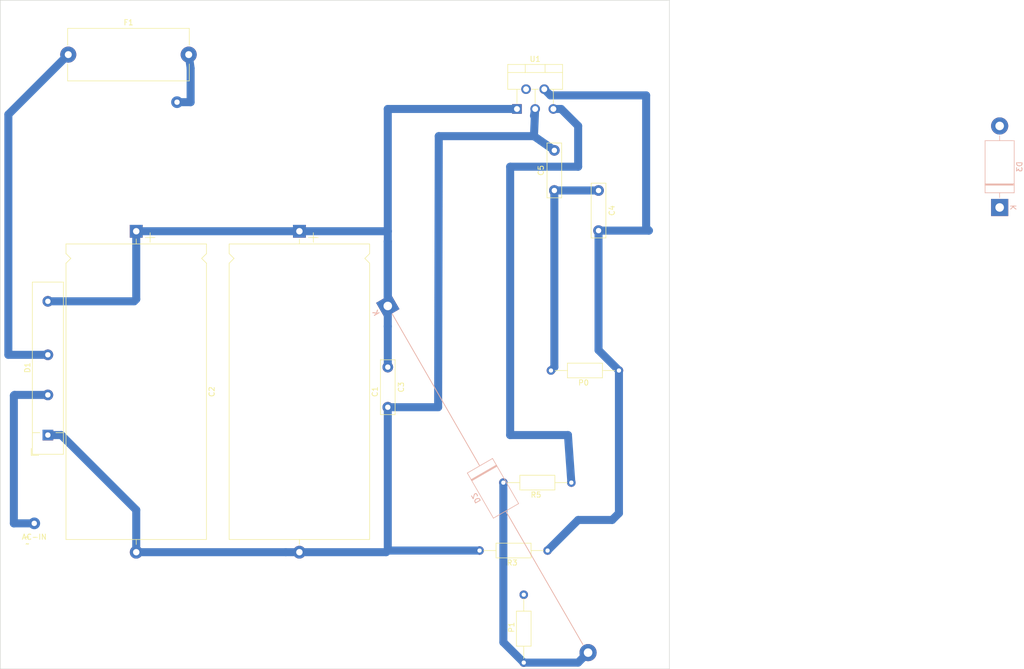
<source format=kicad_pcb>
(kicad_pcb (version 20171130) (host pcbnew 5.1.5)

  (general
    (thickness 1.1)
    (drawings 7)
    (tracks 61)
    (zones 0)
    (modules 16)
    (nets 11)
  )

  (page A4)
  (layers
    (0 F.Cu signal)
    (31 B.Cu signal)
    (36 B.SilkS user)
    (37 F.SilkS user)
    (40 Dwgs.User user hide)
    (41 Cmts.User user hide)
    (42 Eco1.User user hide)
    (43 Eco2.User user hide)
    (44 Edge.Cuts user)
    (45 Margin user hide)
    (46 B.CrtYd user hide)
    (47 F.CrtYd user)
    (48 B.Fab user hide)
    (49 F.Fab user)
  )

  (setup
    (last_trace_width 1.5)
    (trace_clearance 0.2)
    (zone_clearance 0.508)
    (zone_45_only no)
    (trace_min 0.2)
    (via_size 0.8)
    (via_drill 0.4)
    (via_min_size 0.4)
    (via_min_drill 0.3)
    (uvia_size 0.3)
    (uvia_drill 0.1)
    (uvias_allowed no)
    (uvia_min_size 0.2)
    (uvia_min_drill 0.1)
    (edge_width 0.05)
    (segment_width 0.2)
    (pcb_text_width 0.3)
    (pcb_text_size 1.5 1.5)
    (mod_edge_width 1)
    (mod_text_size 1 1)
    (mod_text_width 0.15)
    (pad_size 2.2 2.2)
    (pad_drill 1)
    (pad_to_mask_clearance 0.051)
    (solder_mask_min_width 0.25)
    (aux_axis_origin 0 0)
    (grid_origin 20 20)
    (visible_elements FFF9FF7F)
    (pcbplotparams
      (layerselection 0x010fc_ffffffff)
      (usegerberextensions false)
      (usegerberattributes false)
      (usegerberadvancedattributes false)
      (creategerberjobfile false)
      (excludeedgelayer true)
      (linewidth 0.100000)
      (plotframeref false)
      (viasonmask false)
      (mode 1)
      (useauxorigin false)
      (hpglpennumber 1)
      (hpglpenspeed 20)
      (hpglpendiameter 15.000000)
      (psnegative false)
      (psa4output false)
      (plotreference true)
      (plotvalue true)
      (plotinvisibletext false)
      (padsonsilk false)
      (subtractmaskfromsilk false)
      (outputformat 1)
      (mirror false)
      (drillshape 1)
      (scaleselection 1)
      (outputdirectory ""))
  )

  (net 0 "")
  (net 1 C)
  (net 2 GND)
  (net 3 "Net-(C4-Pad1)")
  (net 4 "Net-(C4-Pad2)")
  (net 5 "Net-(D1-Pad3)")
  (net 6 E)
  (net 7 "Net-(D7-Pad2)")
  (net 8 "Net-(P1-Pad2)")
  (net 9 B)
  (net 10 "Net-(Q2-Pad1)")

  (net_class Default "This is the default net class."
    (clearance 0.2)
    (trace_width 1.5)
    (via_dia 0.8)
    (via_drill 0.4)
    (uvia_dia 0.3)
    (uvia_drill 0.1)
    (add_net B)
    (add_net C)
    (add_net E)
    (add_net GND)
    (add_net "Net-(C4-Pad1)")
    (add_net "Net-(C4-Pad2)")
    (add_net "Net-(D1-Pad3)")
    (add_net "Net-(D7-Pad2)")
    (add_net "Net-(P1-Pad2)")
    (add_net "Net-(Q2-Pad1)")
  )

  (module 0_power_supply:D_DO-201AD_P75.21mm_Horizontal_extra_long (layer B.Cu) (tedit 5E52B510) (tstamp 5E4F4BC2)
    (at 92.39 77.15 300)
    (descr "Diode, DO-201AD series, Axial, Horizontal, pin pitch=15.24mm, , length*diameter=9.5*5.2mm^2, , http://www.diodes.com/_files/packages/DO-201AD.pdf")
    (tags "Diode DO-201AD series Axial Horizontal pin pitch 15.24mm  length 9.5mm diameter 5.2mm")
    (path /5E4F1938)
    (fp_text reference D2 (at 39.3446 3.7454 300) (layer B.SilkS)
      (effects (font (size 1 1) (thickness 0.15)) (justify mirror))
    )
    (fp_text value 1N5408 (at 39.3446 -3.6946 300) (layer B.Fab)
      (effects (font (size 1 1) (thickness 0.15)) (justify mirror))
    )
    (fp_line (start 44.323 0.0762) (end 73.025 0.0762) (layer B.SilkS) (width 0.15))
    (fp_line (start 44.3992 0.1016) (end 73.025 0.0762) (layer B.Fab) (width 0.15))
    (fp_line (start 1.6764 0.0254) (end 34.2646 0.0508) (layer B.Fab) (width 0.15))
    (fp_line (start 1.7272 0.0254) (end 34.3408 0.0762) (layer B.SilkS) (width 0.15))
    (fp_line (start 34.5946 2.6254) (end 34.5946 -2.5746) (layer B.Fab) (width 0.1))
    (fp_line (start 34.5946 -2.5746) (end 44.0946 -2.5746) (layer B.Fab) (width 0.1))
    (fp_line (start 44.0946 -2.5746) (end 44.0946 2.6254) (layer B.Fab) (width 0.1))
    (fp_line (start 44.0946 2.6254) (end 34.5946 2.6254) (layer B.Fab) (width 0.1))
    (fp_line (start 36.0196 2.6254) (end 36.0196 -2.5746) (layer B.Fab) (width 0.1))
    (fp_line (start 36.1196 2.6254) (end 36.1196 -2.5746) (layer B.Fab) (width 0.1))
    (fp_line (start 35.9196 2.6254) (end 35.9196 -2.5746) (layer B.Fab) (width 0.1))
    (fp_line (start 34.4746 2.7454) (end 34.4746 -2.6946) (layer B.SilkS) (width 0.12))
    (fp_line (start 34.4746 -2.6946) (end 44.2146 -2.6946) (layer B.SilkS) (width 0.12))
    (fp_line (start 44.2146 -2.6946) (end 44.2146 2.7454) (layer B.SilkS) (width 0.12))
    (fp_line (start 44.2146 2.7454) (end 34.4746 2.7454) (layer B.SilkS) (width 0.12))
    (fp_line (start 36.0196 2.7454) (end 36.0196 -2.6946) (layer B.SilkS) (width 0.12))
    (fp_line (start 36.1396 2.7454) (end 36.1396 -2.6946) (layer B.SilkS) (width 0.12))
    (fp_line (start 35.8996 2.7454) (end 35.8996 -2.6946) (layer B.SilkS) (width 0.12))
    (fp_text user %R (at 40.0571 0.0254 300) (layer B.Fab)
      (effects (font (size 1 1) (thickness 0.15)) (justify mirror))
    )
    (fp_text user K (at 0 2.600001 300) (layer B.SilkS)
      (effects (font (size 1 1) (thickness 0.15)) (justify mirror))
    )
    (fp_text user K (at 0 2.600001 300) (layer B.SilkS)
      (effects (font (size 1 1) (thickness 0.15)) (justify mirror))
    )
    (pad 1 thru_hole rect (at 0 0 300) (size 3.2 3.2) (drill 1.6) (layers *.Cu *.Mask)
      (net 1 C))
    (pad 2 thru_hole oval (at 74.8284 0 300) (size 3.2 3.2) (drill 1.6) (layers *.Cu *.Mask)
      (net 6 E))
    (model :code3d:Diode_D_DO-201AE_P15.24mm_Horizontal.x3d
      (at (xyz 0 0 0))
      (scale (xyz 1 1 1))
      (rotate (xyz 0 0 0))
    )
  )

  (module 0_power_supply:R_Axial_DIN0207_L6.3mm_D2.5mm_P12.7mm_Horizontal (layer F.Cu) (tedit 5E4F34A6) (tstamp 5E4F4D3B)
    (at 126.68 110.17 180)
    (descr "Resistor, Axial_DIN0207 series, Axial, Horizontal, pin pitch=15.24mm, 0.25W = 1/4W, length*diameter=6.3*2.5mm^2, http://cdn-reichelt.de/documents/datenblatt/B400/1_4W%23YAG.pdf")
    (tags "Resistor Axial_DIN0207 series Axial Horizontal pin pitch 15.24mm 0.25W = 1/4W length 6.3mm diameter 2.5mm")
    (path /5E59AF8E)
    (fp_text reference R5 (at 6.604 -2.286) (layer F.SilkS)
      (effects (font (size 1 1) (thickness 0.15)))
    )
    (fp_text value R (at 6.35 0) (layer F.Fab)
      (effects (font (size 1 1) (thickness 0.15)))
    )
    (fp_line (start 3.2 -1.25) (end 3.2 1.25) (layer F.Fab) (width 0.1))
    (fp_line (start 3.2 1.25) (end 9.5 1.25) (layer F.Fab) (width 0.1))
    (fp_line (start 9.5 1.25) (end 9.5 -1.25) (layer F.Fab) (width 0.1))
    (fp_line (start 9.5 -1.25) (end 3.2 -1.25) (layer F.Fab) (width 0.1))
    (fp_line (start 0.356 0) (end 3.048 0) (layer F.Fab) (width 0.1))
    (fp_line (start 11.938 0) (end 9.5 0) (layer F.Fab) (width 0.1))
    (fp_line (start 3.08 -1.37) (end 3.08 1.37) (layer F.SilkS) (width 0.12))
    (fp_line (start 3.08 1.37) (end 9.62 1.37) (layer F.SilkS) (width 0.12))
    (fp_line (start 9.62 1.37) (end 9.62 -1.37) (layer F.SilkS) (width 0.12))
    (fp_line (start 9.62 -1.37) (end 3.08 -1.37) (layer F.SilkS) (width 0.12))
    (fp_line (start 0.762 0) (end 3.048 0) (layer F.SilkS) (width 0.12))
    (fp_line (start 11.938 0) (end 9.62 0) (layer F.SilkS) (width 0.12))
    (fp_line (start -1.016 -1.5) (end -1.016 1.5) (layer F.CrtYd) (width 0.05))
    (fp_line (start -1.016 1.5) (end 13.75 1.5) (layer F.CrtYd) (width 0.05))
    (fp_line (start 13.75 1.5) (end 13.75 -1.5) (layer F.CrtYd) (width 0.05))
    (fp_line (start 13.716 -1.5) (end -1.016 -1.5) (layer F.CrtYd) (width 0.05))
    (fp_text user %R (at 6.604 -2.286) (layer F.Fab)
      (effects (font (size 1 1) (thickness 0.15)))
    )
    (pad 1 thru_hole circle (at 0 0 180) (size 1.6 1.6) (drill 0.8) (layers *.Cu *.Mask)
      (net 9 B))
    (pad 2 thru_hole oval (at 12.7 0 180) (size 1.6 1.6) (drill 0.8) (layers *.Cu *.Mask)
      (net 6 E))
    (model ${KISYS3DMOD}/Resistor_THT.3dshapes/R_Axial_DIN0207_L6.3mm_D2.5mm_P15.24mm_Horizontal.wrl
      (at (xyz 0 0 0))
      (scale (xyz 0.83 1 1))
      (rotate (xyz 0 0 0))
    )
  )

  (module 0_power_supply:THTPad_D2.2mm_Drill1.0mm (layer B.Cu) (tedit 5E4F392E) (tstamp 5E4FF94B)
    (at 53.02 39.05)
    (descr "THT pad as test Point, diameter 2.2mm, hole diameter 1.0mm")
    (tags "THT pad")
    (attr virtual)
    (fp_text reference REF** (at 0 0.2 unlocked) (layer B.SilkS) hide
      (effects (font (size 0.1 0.1) (thickness 0.01)) (justify mirror))
    )
    (fp_text value THTPad_D2.2mm_Drill1.0mm (at 0 -2.05) (layer B.Fab) hide
      (effects (font (size 1 1) (thickness 0.15)) (justify mirror))
    )
    (pad "" np_thru_hole circle (at 0 0) (size 2.2 2.2) (drill 1) (layers B.Cu))
  )

  (module 0_power_supply:THTPad_D2.2mm_Drill1.0mm (layer B.Cu) (tedit 5E4F392E) (tstamp 5E4FF572)
    (at 26.35 117.79)
    (descr "THT pad as test Point, diameter 2.2mm, hole diameter 1.0mm")
    (tags "THT pad")
    (attr virtual)
    (fp_text reference REF** (at 0 0.2 unlocked) (layer B.SilkS) hide
      (effects (font (size 0.1 0.1) (thickness 0.01)) (justify mirror))
    )
    (fp_text value THTPad_D2.2mm_Drill1.0mm (at 0 -2.05) (layer B.Fab) hide
      (effects (font (size 1 1) (thickness 0.15)) (justify mirror))
    )
    (pad "" np_thru_hole circle (at 0 0) (size 2.2 2.2) (drill 1) (layers B.Cu))
  )

  (module Diode_THT:Diode_Bridge_32.0x5.6x17.0mm_P10.0mm_P7.5mm (layer F.Cu) (tedit 5A50C79D) (tstamp 5E4F4BA8)
    (at 28.89 101.28 90)
    (descr "Diotec 32x5.6x17mm rectifier package, 7.5mm/10mm pitch, see https://diotec.com/tl_files/diotec/files/pdf/datasheets/b40c3700.pdf")
    (tags "Diotec rectifier diode bridge")
    (path /5E4DBCC2)
    (fp_text reference D1 (at 12.6 -3.8 270) (layer F.SilkS)
      (effects (font (size 1 1) (thickness 0.15)))
    )
    (fp_text value B80C3700-2200A (at 12.6 4 270) (layer F.Fab)
      (effects (font (size 1 1) (thickness 0.15)))
    )
    (fp_text user %R (at 12.6 0 270) (layer F.Fab)
      (effects (font (size 1 1) (thickness 0.15)))
    )
    (fp_line (start -3.5 2.8) (end 28.5 2.8) (layer F.Fab) (width 0.12))
    (fp_line (start 28.5 2.8) (end 28.5 -2.8) (layer F.Fab) (width 0.12))
    (fp_line (start 28.5 -2.8) (end -2.5 -2.8) (layer F.Fab) (width 0.12))
    (fp_line (start -2.5 -2.8) (end -3.5 -1.7) (layer F.Fab) (width 0.12))
    (fp_line (start -3.5 -1.7) (end -3.5 2.8) (layer F.Fab) (width 0.12))
    (fp_line (start 0.45 -2.8) (end 0.45 2.8) (layer F.Fab) (width 0.12))
    (fp_line (start 28.6 -2.9) (end 28.6 2.9) (layer F.SilkS) (width 0.12))
    (fp_line (start 28.6 2.9) (end -3.6 2.9) (layer F.SilkS) (width 0.12))
    (fp_line (start -3.6 2.9) (end -3.6 -2.9) (layer F.SilkS) (width 0.12))
    (fp_line (start -3.6 -2.9) (end 28.6 -2.9) (layer F.SilkS) (width 0.12))
    (fp_line (start 0.45 -2.9) (end 0.45 -1.5) (layer F.SilkS) (width 0.12))
    (fp_line (start 0.45 2.9) (end 0.45 1.5) (layer F.SilkS) (width 0.12))
    (fp_line (start -3.8 -1.7) (end -3.8 -3.1) (layer F.SilkS) (width 0.12))
    (fp_line (start -3.8 -3.1) (end -2.5 -3.1) (layer F.SilkS) (width 0.12))
    (fp_line (start -3.75 -3.05) (end 28.75 -3.05) (layer F.CrtYd) (width 0.05))
    (fp_line (start 28.75 -3.05) (end 28.75 3.05) (layer F.CrtYd) (width 0.05))
    (fp_line (start 28.75 3.05) (end -3.75 3.05) (layer F.CrtYd) (width 0.05))
    (fp_line (start -3.75 3.05) (end -3.75 -3.05) (layer F.CrtYd) (width 0.05))
    (pad 1 thru_hole rect (at 0 0 90) (size 2 2) (drill 1) (layers *.Cu *.Mask)
      (net 2 GND))
    (pad 2 thru_hole circle (at 7.5 0 90) (size 2 2) (drill 1) (layers *.Cu *.Mask))
    (pad 3 thru_hole circle (at 15 0 90) (size 2 2) (drill 1) (layers *.Cu *.Mask)
      (net 5 "Net-(D1-Pad3)"))
    (pad 4 thru_hole circle (at 25 0 90) (size 2 2) (drill 1) (layers *.Cu *.Mask)
      (net 1 C))
    (model ${KISYS3DMOD}/Diode_THT.3dshapes/Diode_Bridge_32.0x5.6x17.0mm_P10.0mm_P7.5mm.wrl
      (at (xyz 0 0 0))
      (scale (xyz 1 1 1))
      (rotate (xyz 0 0 0))
    )
  )

  (module Capacitor_THT:CP_Axial_L55.0mm_D26.0mm_P60.00mm_Horizontal (layer F.Cu) (tedit 5AE50EF2) (tstamp 5E4F4B36)
    (at 45.4 63.18 270)
    (descr "CP, Axial series, Axial, Horizontal, pin pitch=60mm, , length*diameter=55*26mm^2, Electrolytic Capacitor, , http://www.vishay.com/docs/42037/53d.pdf")
    (tags "CP Axial series Axial Horizontal pin pitch 60mm  length 55mm diameter 26mm Electrolytic Capacitor")
    (path /5E4EB394)
    (fp_text reference C2 (at 30 -14.12 90) (layer F.SilkS)
      (effects (font (size 1 1) (thickness 0.15)))
    )
    (fp_text value "4.7mF 63V" (at 30 14.12 90) (layer F.Fab)
      (effects (font (size 1 1) (thickness 0.15)))
    )
    (fp_text user %R (at 30 0 90) (layer F.Fab)
      (effects (font (size 1 1) (thickness 0.15)))
    )
    (fp_line (start 61.45 -13.25) (end -1.45 -13.25) (layer F.CrtYd) (width 0.05))
    (fp_line (start 61.45 13.25) (end 61.45 -13.25) (layer F.CrtYd) (width 0.05))
    (fp_line (start -1.45 13.25) (end 61.45 13.25) (layer F.CrtYd) (width 0.05))
    (fp_line (start -1.45 -13.25) (end -1.45 13.25) (layer F.CrtYd) (width 0.05))
    (fp_line (start 58.56 0) (end 57.62 0) (layer F.SilkS) (width 0.12))
    (fp_line (start 1.44 0) (end 2.38 0) (layer F.SilkS) (width 0.12))
    (fp_line (start 5.98 13.12) (end 57.62 13.12) (layer F.SilkS) (width 0.12))
    (fp_line (start 5.08 12.22) (end 5.98 13.12) (layer F.SilkS) (width 0.12))
    (fp_line (start 4.18 13.12) (end 5.08 12.22) (layer F.SilkS) (width 0.12))
    (fp_line (start 2.38 13.12) (end 4.18 13.12) (layer F.SilkS) (width 0.12))
    (fp_line (start 5.98 -13.12) (end 57.62 -13.12) (layer F.SilkS) (width 0.12))
    (fp_line (start 5.08 -12.22) (end 5.98 -13.12) (layer F.SilkS) (width 0.12))
    (fp_line (start 4.18 -13.12) (end 5.08 -12.22) (layer F.SilkS) (width 0.12))
    (fp_line (start 2.38 -13.12) (end 4.18 -13.12) (layer F.SilkS) (width 0.12))
    (fp_line (start 57.62 -13.12) (end 57.62 13.12) (layer F.SilkS) (width 0.12))
    (fp_line (start 2.38 -13.12) (end 2.38 13.12) (layer F.SilkS) (width 0.12))
    (fp_line (start 1.18 -3.5) (end 1.18 -1.7) (layer F.SilkS) (width 0.12))
    (fp_line (start 0.28 -2.6) (end 2.08 -2.6) (layer F.SilkS) (width 0.12))
    (fp_line (start 5.1 -0.9) (end 5.1 0.9) (layer F.Fab) (width 0.1))
    (fp_line (start 4.2 0) (end 6 0) (layer F.Fab) (width 0.1))
    (fp_line (start 60 0) (end 57.5 0) (layer F.Fab) (width 0.1))
    (fp_line (start 0 0) (end 2.5 0) (layer F.Fab) (width 0.1))
    (fp_line (start 5.98 13) (end 57.5 13) (layer F.Fab) (width 0.1))
    (fp_line (start 5.08 12.1) (end 5.98 13) (layer F.Fab) (width 0.1))
    (fp_line (start 4.18 13) (end 5.08 12.1) (layer F.Fab) (width 0.1))
    (fp_line (start 2.5 13) (end 4.18 13) (layer F.Fab) (width 0.1))
    (fp_line (start 5.98 -13) (end 57.5 -13) (layer F.Fab) (width 0.1))
    (fp_line (start 5.08 -12.1) (end 5.98 -13) (layer F.Fab) (width 0.1))
    (fp_line (start 4.18 -13) (end 5.08 -12.1) (layer F.Fab) (width 0.1))
    (fp_line (start 2.5 -13) (end 4.18 -13) (layer F.Fab) (width 0.1))
    (fp_line (start 57.5 -13) (end 57.5 13) (layer F.Fab) (width 0.1))
    (fp_line (start 2.5 -13) (end 2.5 13) (layer F.Fab) (width 0.1))
    (pad 2 thru_hole oval (at 60 0 270) (size 2.4 2.4) (drill 1.2) (layers *.Cu *.Mask)
      (net 2 GND))
    (pad 1 thru_hole rect (at 0 0 270) (size 2.4 2.4) (drill 1.2) (layers *.Cu *.Mask)
      (net 1 C))
    (model ${KISYS3DMOD}/Capacitor_THT.3dshapes/CP_Axial_L55.0mm_D26.0mm_P60.00mm_Horizontal.wrl
      (at (xyz 0 0 0))
      (scale (xyz 1 1 1))
      (rotate (xyz 0 0 0))
    )
  )

  (module 0_power_supply:R_Axial_DIN0207_L6.3mm_D2.5mm_P12.7mm_Horizontal (layer F.Cu) (tedit 5E4F34A6) (tstamp 5E4F4C64)
    (at 117.79 143.825 90)
    (descr "Resistor, Axial_DIN0207 series, Axial, Horizontal, pin pitch=15.24mm, 0.25W = 1/4W, length*diameter=6.3*2.5mm^2, http://cdn-reichelt.de/documents/datenblatt/B400/1_4W%23YAG.pdf")
    (tags "Resistor Axial_DIN0207 series Axial Horizontal pin pitch 15.24mm 0.25W = 1/4W length 6.3mm diameter 2.5mm")
    (path /5E5054E6)
    (fp_text reference P1 (at 6.604 -2.286 90) (layer F.SilkS)
      (effects (font (size 1 1) (thickness 0.15)))
    )
    (fp_text value 100 (at 6.35 0 90) (layer F.Fab)
      (effects (font (size 1 1) (thickness 0.15)))
    )
    (fp_line (start 3.2 -1.25) (end 3.2 1.25) (layer F.Fab) (width 0.1))
    (fp_line (start 3.2 1.25) (end 9.5 1.25) (layer F.Fab) (width 0.1))
    (fp_line (start 9.5 1.25) (end 9.5 -1.25) (layer F.Fab) (width 0.1))
    (fp_line (start 9.5 -1.25) (end 3.2 -1.25) (layer F.Fab) (width 0.1))
    (fp_line (start 0.356 0) (end 3.048 0) (layer F.Fab) (width 0.1))
    (fp_line (start 11.938 0) (end 9.5 0) (layer F.Fab) (width 0.1))
    (fp_line (start 3.08 -1.37) (end 3.08 1.37) (layer F.SilkS) (width 0.12))
    (fp_line (start 3.08 1.37) (end 9.62 1.37) (layer F.SilkS) (width 0.12))
    (fp_line (start 9.62 1.37) (end 9.62 -1.37) (layer F.SilkS) (width 0.12))
    (fp_line (start 9.62 -1.37) (end 3.08 -1.37) (layer F.SilkS) (width 0.12))
    (fp_line (start 0.762 0) (end 3.048 0) (layer F.SilkS) (width 0.12))
    (fp_line (start 11.938 0) (end 9.62 0) (layer F.SilkS) (width 0.12))
    (fp_line (start -1.016 -1.5) (end -1.016 1.5) (layer F.CrtYd) (width 0.05))
    (fp_line (start -1.016 1.5) (end 13.75 1.5) (layer F.CrtYd) (width 0.05))
    (fp_line (start 13.75 1.5) (end 13.75 -1.5) (layer F.CrtYd) (width 0.05))
    (fp_line (start 13.716 -1.5) (end -1.016 -1.5) (layer F.CrtYd) (width 0.05))
    (fp_text user %R (at 6.604 -2.286 90) (layer F.Fab)
      (effects (font (size 1 1) (thickness 0.15)))
    )
    (pad 1 thru_hole circle (at 0 0 90) (size 1.6 1.6) (drill 0.8) (layers *.Cu *.Mask)
      (net 6 E))
    (pad 2 thru_hole oval (at 12.7 0 90) (size 1.6 1.6) (drill 0.8) (layers *.Cu *.Mask)
      (net 8 "Net-(P1-Pad2)"))
    (model ${KISYS3DMOD}/Resistor_THT.3dshapes/R_Axial_DIN0207_L6.3mm_D2.5mm_P15.24mm_Horizontal.wrl
      (at (xyz 0 0 0))
      (scale (xyz 0.83 1 1))
      (rotate (xyz 0 0 0))
    )
  )

  (module 0_power_supply:R_Axial_DIN0207_L6.3mm_D2.5mm_P12.7mm_Horizontal (layer F.Cu) (tedit 5E4F34A6) (tstamp 5E4F4C4E)
    (at 135.57 89.215 180)
    (descr "Resistor, Axial_DIN0207 series, Axial, Horizontal, pin pitch=15.24mm, 0.25W = 1/4W, length*diameter=6.3*2.5mm^2, http://cdn-reichelt.de/documents/datenblatt/B400/1_4W%23YAG.pdf")
    (tags "Resistor Axial_DIN0207 series Axial Horizontal pin pitch 15.24mm 0.25W = 1/4W length 6.3mm diameter 2.5mm")
    (path /5E4FD827)
    (fp_text reference P0 (at 6.604 -2.286) (layer F.SilkS)
      (effects (font (size 1 1) (thickness 0.15)))
    )
    (fp_text value 10K (at 6.35 0) (layer F.Fab)
      (effects (font (size 1 1) (thickness 0.15)))
    )
    (fp_line (start 3.2 -1.25) (end 3.2 1.25) (layer F.Fab) (width 0.1))
    (fp_line (start 3.2 1.25) (end 9.5 1.25) (layer F.Fab) (width 0.1))
    (fp_line (start 9.5 1.25) (end 9.5 -1.25) (layer F.Fab) (width 0.1))
    (fp_line (start 9.5 -1.25) (end 3.2 -1.25) (layer F.Fab) (width 0.1))
    (fp_line (start 0.356 0) (end 3.048 0) (layer F.Fab) (width 0.1))
    (fp_line (start 11.938 0) (end 9.5 0) (layer F.Fab) (width 0.1))
    (fp_line (start 3.08 -1.37) (end 3.08 1.37) (layer F.SilkS) (width 0.12))
    (fp_line (start 3.08 1.37) (end 9.62 1.37) (layer F.SilkS) (width 0.12))
    (fp_line (start 9.62 1.37) (end 9.62 -1.37) (layer F.SilkS) (width 0.12))
    (fp_line (start 9.62 -1.37) (end 3.08 -1.37) (layer F.SilkS) (width 0.12))
    (fp_line (start 0.762 0) (end 3.048 0) (layer F.SilkS) (width 0.12))
    (fp_line (start 11.938 0) (end 9.62 0) (layer F.SilkS) (width 0.12))
    (fp_line (start -1.016 -1.5) (end -1.016 1.5) (layer F.CrtYd) (width 0.05))
    (fp_line (start -1.016 1.5) (end 13.75 1.5) (layer F.CrtYd) (width 0.05))
    (fp_line (start 13.75 1.5) (end 13.75 -1.5) (layer F.CrtYd) (width 0.05))
    (fp_line (start 13.716 -1.5) (end -1.016 -1.5) (layer F.CrtYd) (width 0.05))
    (fp_text user %R (at 6.604 -2.286) (layer F.Fab)
      (effects (font (size 1 1) (thickness 0.15)))
    )
    (pad 1 thru_hole circle (at 0 0 180) (size 1.6 1.6) (drill 0.8) (layers *.Cu *.Mask)
      (net 4 "Net-(C4-Pad2)"))
    (pad 2 thru_hole oval (at 12.7 0 180) (size 1.6 1.6) (drill 0.8) (layers *.Cu *.Mask)
      (net 3 "Net-(C4-Pad1)"))
    (model ${KISYS3DMOD}/Resistor_THT.3dshapes/R_Axial_DIN0207_L6.3mm_D2.5mm_P15.24mm_Horizontal.wrl
      (at (xyz 0 0 0))
      (scale (xyz 0.83 1 1))
      (rotate (xyz 0 0 0))
    )
  )

  (module 0_power_supply:R_Axial_DIN0207_L6.3mm_D2.5mm_P12.7mm_Horizontal (layer F.Cu) (tedit 5E4F34A6) (tstamp 5E4F4B5C)
    (at 122.235 122.87 180)
    (descr "Resistor, Axial_DIN0207 series, Axial, Horizontal, pin pitch=15.24mm, 0.25W = 1/4W, length*diameter=6.3*2.5mm^2, http://cdn-reichelt.de/documents/datenblatt/B400/1_4W%23YAG.pdf")
    (tags "Resistor Axial_DIN0207 series Axial Horizontal pin pitch 15.24mm 0.25W = 1/4W length 6.3mm diameter 2.5mm")
    (path /5E4FB6D9)
    (fp_text reference R3 (at 6.604 -2.286) (layer F.SilkS)
      (effects (font (size 1 1) (thickness 0.15)))
    )
    (fp_text value R (at 6.35 0) (layer F.Fab)
      (effects (font (size 1 1) (thickness 0.15)))
    )
    (fp_line (start 3.2 -1.25) (end 3.2 1.25) (layer F.Fab) (width 0.1))
    (fp_line (start 3.2 1.25) (end 9.5 1.25) (layer F.Fab) (width 0.1))
    (fp_line (start 9.5 1.25) (end 9.5 -1.25) (layer F.Fab) (width 0.1))
    (fp_line (start 9.5 -1.25) (end 3.2 -1.25) (layer F.Fab) (width 0.1))
    (fp_line (start 0.356 0) (end 3.048 0) (layer F.Fab) (width 0.1))
    (fp_line (start 11.938 0) (end 9.5 0) (layer F.Fab) (width 0.1))
    (fp_line (start 3.08 -1.37) (end 3.08 1.37) (layer F.SilkS) (width 0.12))
    (fp_line (start 3.08 1.37) (end 9.62 1.37) (layer F.SilkS) (width 0.12))
    (fp_line (start 9.62 1.37) (end 9.62 -1.37) (layer F.SilkS) (width 0.12))
    (fp_line (start 9.62 -1.37) (end 3.08 -1.37) (layer F.SilkS) (width 0.12))
    (fp_line (start 0.762 0) (end 3.048 0) (layer F.SilkS) (width 0.12))
    (fp_line (start 11.938 0) (end 9.62 0) (layer F.SilkS) (width 0.12))
    (fp_line (start -1.016 -1.5) (end -1.016 1.5) (layer F.CrtYd) (width 0.05))
    (fp_line (start -1.016 1.5) (end 13.75 1.5) (layer F.CrtYd) (width 0.05))
    (fp_line (start 13.75 1.5) (end 13.75 -1.5) (layer F.CrtYd) (width 0.05))
    (fp_line (start 13.716 -1.5) (end -1.016 -1.5) (layer F.CrtYd) (width 0.05))
    (fp_text user %R (at 6.604 -2.286) (layer F.Fab)
      (effects (font (size 1 1) (thickness 0.15)))
    )
    (pad 1 thru_hole circle (at 0 0 180) (size 1.6 1.6) (drill 0.8) (layers *.Cu *.Mask)
      (net 4 "Net-(C4-Pad2)"))
    (pad 2 thru_hole oval (at 12.7 0 180) (size 1.6 1.6) (drill 0.8) (layers *.Cu *.Mask)
      (net 2 GND))
    (model ${KISYS3DMOD}/Resistor_THT.3dshapes/R_Axial_DIN0207_L6.3mm_D2.5mm_P15.24mm_Horizontal.wrl
      (at (xyz 0 0 0))
      (scale (xyz 0.83 1 1))
      (rotate (xyz 0 0 0))
    )
  )

  (module Package_TO_SOT_THT:TO-220-5_P3.4x3.7mm_StaggerOdd_Lead3.8mm_Vertical (layer F.Cu) (tedit 5AF05A31) (tstamp 5E4F4E17)
    (at 116.52 40.32)
    (descr "TO-220-5, Vertical, RM 1.7mm, Pentawatt, Multiwatt-5, staggered type-1, see http://www.analog.com/media/en/package-pcb-resources/package/pkg_pdf/ltc-legacy-to-220/to-220_5_05-08-1421.pdf?domain=www.linear.com, https://www.diodes.com/assets/Package-Files/TO220-5.pdf")
    (tags "TO-220-5 Vertical RM 1.7mm Pentawatt Multiwatt-5 staggered type-1")
    (path /5E4C8D33)
    (fp_text reference U1 (at 3.4 -9.32) (layer F.SilkS)
      (effects (font (size 1 1) (thickness 0.15)))
    )
    (fp_text value L200 (at 3.4 2.15) (layer F.Fab)
      (effects (font (size 1 1) (thickness 0.15)))
    )
    (fp_text user %R (at 3.4 -9.32) (layer F.Fab)
      (effects (font (size 1 1) (thickness 0.15)))
    )
    (fp_line (start 8.65 -8.45) (end -1.85 -8.45) (layer F.CrtYd) (width 0.05))
    (fp_line (start 8.65 1.15) (end 8.65 -8.45) (layer F.CrtYd) (width 0.05))
    (fp_line (start -1.85 1.15) (end 8.65 1.15) (layer F.CrtYd) (width 0.05))
    (fp_line (start -1.85 -8.45) (end -1.85 1.15) (layer F.CrtYd) (width 0.05))
    (fp_line (start 6.8 -3.679) (end 6.8 -1.065) (layer F.SilkS) (width 0.12))
    (fp_line (start 3.4 -3.679) (end 3.4 -1.065) (layer F.SilkS) (width 0.12))
    (fp_line (start 0 -3.679) (end 0 -1.049) (layer F.SilkS) (width 0.12))
    (fp_line (start 5.25 -8.32) (end 5.25 -6.811) (layer F.SilkS) (width 0.12))
    (fp_line (start 1.55 -8.32) (end 1.55 -6.811) (layer F.SilkS) (width 0.12))
    (fp_line (start -1.721 -6.811) (end 8.52 -6.811) (layer F.SilkS) (width 0.12))
    (fp_line (start 8.52 -8.32) (end 8.52 -3.679) (layer F.SilkS) (width 0.12))
    (fp_line (start -1.721 -8.32) (end -1.721 -3.679) (layer F.SilkS) (width 0.12))
    (fp_line (start 6.165 -3.679) (end 8.52 -3.679) (layer F.SilkS) (width 0.12))
    (fp_line (start 2.765 -3.679) (end 4.035 -3.679) (layer F.SilkS) (width 0.12))
    (fp_line (start -1.721 -3.679) (end 0.635 -3.679) (layer F.SilkS) (width 0.12))
    (fp_line (start -1.721 -8.32) (end 8.52 -8.32) (layer F.SilkS) (width 0.12))
    (fp_line (start 6.8 -3.8) (end 6.8 0) (layer F.Fab) (width 0.1))
    (fp_line (start 5.1 -3.8) (end 5.1 -3.7) (layer F.Fab) (width 0.1))
    (fp_line (start 3.4 -3.8) (end 3.4 0) (layer F.Fab) (width 0.1))
    (fp_line (start 1.7 -3.8) (end 1.7 -3.7) (layer F.Fab) (width 0.1))
    (fp_line (start 0 -3.8) (end 0 0) (layer F.Fab) (width 0.1))
    (fp_line (start 5.25 -8.2) (end 5.25 -6.93) (layer F.Fab) (width 0.1))
    (fp_line (start 1.55 -8.2) (end 1.55 -6.93) (layer F.Fab) (width 0.1))
    (fp_line (start -1.6 -6.93) (end 8.4 -6.93) (layer F.Fab) (width 0.1))
    (fp_line (start 8.4 -8.2) (end -1.6 -8.2) (layer F.Fab) (width 0.1))
    (fp_line (start 8.4 -3.8) (end 8.4 -8.2) (layer F.Fab) (width 0.1))
    (fp_line (start -1.6 -3.8) (end 8.4 -3.8) (layer F.Fab) (width 0.1))
    (fp_line (start -1.6 -8.2) (end -1.6 -3.8) (layer F.Fab) (width 0.1))
    (pad 5 thru_hole oval (at 6.8 0) (size 1.8 1.8) (drill 1.1) (layers *.Cu *.Mask)
      (net 9 B))
    (pad 4 thru_hole oval (at 5.1 -3.7) (size 1.8 1.8) (drill 1.1) (layers *.Cu *.Mask)
      (net 4 "Net-(C4-Pad2)"))
    (pad 3 thru_hole oval (at 3.4 0) (size 1.8 1.8) (drill 1.1) (layers *.Cu *.Mask)
      (net 2 GND))
    (pad 2 thru_hole oval (at 1.7 -3.7) (size 1.8 1.8) (drill 1.1) (layers *.Cu *.Mask)
      (net 10 "Net-(Q2-Pad1)"))
    (pad 1 thru_hole rect (at 0 0) (size 1.8 1.8) (drill 1.1) (layers *.Cu *.Mask)
      (net 1 C))
    (model ${KISYS3DMOD}/Package_TO_SOT_THT.3dshapes/TO-220-5_P3.4x3.7mm_StaggerOdd_Lead3.8mm_Vertical.wrl
      (at (xyz 0 0 0))
      (scale (xyz 1 1 1))
      (rotate (xyz 0 0 0))
    )
  )

  (module Fuse:Fuseholder_Cylinder-5x20mm_Schurter_0031_8201_Horizontal_Open (layer F.Cu) (tedit 5D717D34) (tstamp 5E4F4BFE)
    (at 32.7 30.16)
    (descr "Fuseholder horizontal open, 5x20mm, 500V, 16A, Schurter 0031.8201, https://us.schurter.com/bundles/snceschurter/epim/_ProdPool_/newDS/en/typ_OGN.pdf")
    (tags "Fuseholder horizontal open 5x20 Schurter 0031.8201")
    (path /5E4DF1BA)
    (fp_text reference F1 (at 11.25 -6) (layer F.SilkS)
      (effects (font (size 1 1) (thickness 0.15)))
    )
    (fp_text value Fuse (at 11.25 6) (layer F.Fab)
      (effects (font (size 1 1) (thickness 0.15)))
    )
    (fp_line (start -0.11 4.91) (end -0.11 1.75) (layer F.SilkS) (width 0.12))
    (fp_line (start 24.25 -5.05) (end 24.25 5.05) (layer F.CrtYd) (width 0.05))
    (fp_line (start -0.11 4.91) (end 22.61 4.91) (layer F.SilkS) (width 0.12))
    (fp_line (start -1.75 -5.05) (end 24.25 -5.05) (layer F.CrtYd) (width 0.05))
    (fp_line (start 24.25 5.05) (end -1.75 5.05) (layer F.CrtYd) (width 0.05))
    (fp_line (start -0.11 -4.91) (end 22.61 -4.91) (layer F.SilkS) (width 0.12))
    (fp_line (start -0.11 -1.75) (end -0.11 -4.91) (layer F.SilkS) (width 0.12))
    (fp_line (start 22.61 -1.75) (end 22.61 -4.91) (layer F.SilkS) (width 0.12))
    (fp_line (start 22.61 4.91) (end 22.61 1.75) (layer F.SilkS) (width 0.12))
    (fp_line (start -1.75 5.05) (end -1.75 -5.05) (layer F.CrtYd) (width 0.05))
    (fp_line (start 22.5 -4.8) (end 0 -4.8) (layer F.Fab) (width 0.1))
    (fp_line (start 22.5 4.8) (end 22.5 -4.8) (layer F.Fab) (width 0.1))
    (fp_line (start 0 4.8) (end 22.5 4.8) (layer F.Fab) (width 0.1))
    (fp_line (start 0 -4.8) (end 0 4.8) (layer F.Fab) (width 0.1))
    (fp_text user %R (at 11.25 4) (layer F.Fab)
      (effects (font (size 1 1) (thickness 0.15)))
    )
    (pad "" np_thru_hole circle (at 11.25 0) (size 2.7 2.7) (drill 2.7) (layers *.Cu *.Mask))
    (pad 2 thru_hole circle (at 22.5 0) (size 3 3) (drill 1.3) (layers *.Cu *.Mask)
      (net 7 "Net-(D7-Pad2)"))
    (pad 1 thru_hole circle (at 0 0) (size 3 3) (drill 1.3) (layers *.Cu *.Mask)
      (net 5 "Net-(D1-Pad3)"))
    (model ${KISYS3DMOD}/Fuse.3dshapes/Fuseholder_Cylinder-5x20mm_Schurter_0031_8201_Horizontal_Open.wrl
      (at (xyz 0 0 0))
      (scale (xyz 1 1 1))
      (rotate (xyz 0 0 0))
    )
  )

  (module Diode_THT:D_DO-201AD_P15.24mm_Horizontal (layer B.Cu) (tedit 5AE50CD5) (tstamp 5E4F4BE0)
    (at 206.69 58.735 90)
    (descr "Diode, DO-201AD series, Axial, Horizontal, pin pitch=15.24mm, , length*diameter=9.5*5.2mm^2, , http://www.diodes.com/_files/packages/DO-201AD.pdf")
    (tags "Diode DO-201AD series Axial Horizontal pin pitch 15.24mm  length 9.5mm diameter 5.2mm")
    (path /5E4F46F7)
    (fp_text reference D3 (at 7.62 3.72 270) (layer B.SilkS)
      (effects (font (size 1 1) (thickness 0.15)) (justify mirror))
    )
    (fp_text value 1N5408 (at 7.62 -3.72 270) (layer B.Fab)
      (effects (font (size 1 1) (thickness 0.15)) (justify mirror))
    )
    (fp_line (start 2.87 2.6) (end 2.87 -2.6) (layer B.Fab) (width 0.1))
    (fp_line (start 2.87 -2.6) (end 12.37 -2.6) (layer B.Fab) (width 0.1))
    (fp_line (start 12.37 -2.6) (end 12.37 2.6) (layer B.Fab) (width 0.1))
    (fp_line (start 12.37 2.6) (end 2.87 2.6) (layer B.Fab) (width 0.1))
    (fp_line (start 0 0) (end 2.87 0) (layer B.Fab) (width 0.1))
    (fp_line (start 15.24 0) (end 12.37 0) (layer B.Fab) (width 0.1))
    (fp_line (start 4.295 2.6) (end 4.295 -2.6) (layer B.Fab) (width 0.1))
    (fp_line (start 4.395 2.6) (end 4.395 -2.6) (layer B.Fab) (width 0.1))
    (fp_line (start 4.195 2.6) (end 4.195 -2.6) (layer B.Fab) (width 0.1))
    (fp_line (start 2.75 2.72) (end 2.75 -2.72) (layer B.SilkS) (width 0.12))
    (fp_line (start 2.75 -2.72) (end 12.49 -2.72) (layer B.SilkS) (width 0.12))
    (fp_line (start 12.49 -2.72) (end 12.49 2.72) (layer B.SilkS) (width 0.12))
    (fp_line (start 12.49 2.72) (end 2.75 2.72) (layer B.SilkS) (width 0.12))
    (fp_line (start 1.84 0) (end 2.75 0) (layer B.SilkS) (width 0.12))
    (fp_line (start 13.4 0) (end 12.49 0) (layer B.SilkS) (width 0.12))
    (fp_line (start 4.295 2.72) (end 4.295 -2.72) (layer B.SilkS) (width 0.12))
    (fp_line (start 4.415 2.72) (end 4.415 -2.72) (layer B.SilkS) (width 0.12))
    (fp_line (start 4.175 2.72) (end 4.175 -2.72) (layer B.SilkS) (width 0.12))
    (fp_line (start -1.85 2.85) (end -1.85 -2.85) (layer B.CrtYd) (width 0.05))
    (fp_line (start -1.85 -2.85) (end 17.09 -2.85) (layer B.CrtYd) (width 0.05))
    (fp_line (start 17.09 -2.85) (end 17.09 2.85) (layer B.CrtYd) (width 0.05))
    (fp_line (start 17.09 2.85) (end -1.85 2.85) (layer B.CrtYd) (width 0.05))
    (fp_text user %R (at 8.3325 0 270) (layer B.Fab)
      (effects (font (size 1 1) (thickness 0.15)) (justify mirror))
    )
    (fp_text user K (at 0 2.6 270) (layer B.Fab)
      (effects (font (size 1 1) (thickness 0.15)) (justify mirror))
    )
    (fp_text user K (at 0 2.6 270) (layer B.SilkS)
      (effects (font (size 1 1) (thickness 0.15)) (justify mirror))
    )
    (pad 1 thru_hole rect (at 0 0 90) (size 3.2 3.2) (drill 1.6) (layers *.Cu *.Mask)
      (net 3 "Net-(C4-Pad1)"))
    (pad 2 thru_hole oval (at 15.24 0 90) (size 3.2 3.2) (drill 1.6) (layers *.Cu *.Mask)
      (net 2 GND))
    (model ${KISYS3DMOD}/Diode_THT.3dshapes/D_DO-201AD_P15.24mm_Horizontal.wrl
      (at (xyz 0 0 0))
      (scale (xyz 1 1 1))
      (rotate (xyz 0 0 0))
    )
  )

  (module Capacitor_THT:C_Rect_L10.0mm_W2.5mm_P7.50mm_MKS4 (layer F.Cu) (tedit 5AE50EF0) (tstamp 5E5005E5)
    (at 123.505 55.56 90)
    (descr "C, Rect series, Radial, pin pitch=7.50mm, , length*width=10*2.5mm^2, Capacitor, http://www.wima.com/EN/WIMA_MKS_4.pdf")
    (tags "C Rect series Radial pin pitch 7.50mm  length 10mm width 2.5mm Capacitor")
    (path /5E52B652)
    (fp_text reference C5 (at 3.75 -2.5 90) (layer F.SilkS)
      (effects (font (size 1 1) (thickness 0.15)))
    )
    (fp_text value "0.1uF 100V" (at 3.75 2.5 90) (layer F.Fab)
      (effects (font (size 1 1) (thickness 0.15)))
    )
    (fp_text user %R (at 3.75 0 90) (layer F.Fab)
      (effects (font (size 1 1) (thickness 0.15)))
    )
    (fp_line (start 9 -1.5) (end -1.5 -1.5) (layer F.CrtYd) (width 0.05))
    (fp_line (start 9 1.5) (end 9 -1.5) (layer F.CrtYd) (width 0.05))
    (fp_line (start -1.5 1.5) (end 9 1.5) (layer F.CrtYd) (width 0.05))
    (fp_line (start -1.5 -1.5) (end -1.5 1.5) (layer F.CrtYd) (width 0.05))
    (fp_line (start 8.87 -1.37) (end 8.87 1.37) (layer F.SilkS) (width 0.12))
    (fp_line (start -1.37 -1.37) (end -1.37 1.37) (layer F.SilkS) (width 0.12))
    (fp_line (start -1.37 1.37) (end 8.87 1.37) (layer F.SilkS) (width 0.12))
    (fp_line (start -1.37 -1.37) (end 8.87 -1.37) (layer F.SilkS) (width 0.12))
    (fp_line (start 8.75 -1.25) (end -1.25 -1.25) (layer F.Fab) (width 0.1))
    (fp_line (start 8.75 1.25) (end 8.75 -1.25) (layer F.Fab) (width 0.1))
    (fp_line (start -1.25 1.25) (end 8.75 1.25) (layer F.Fab) (width 0.1))
    (fp_line (start -1.25 -1.25) (end -1.25 1.25) (layer F.Fab) (width 0.1))
    (pad 2 thru_hole circle (at 7.5 0 90) (size 2 2) (drill 1) (layers *.Cu *.Mask)
      (net 2 GND))
    (pad 1 thru_hole circle (at 0 0 90) (size 2 2) (drill 1) (layers *.Cu *.Mask)
      (net 3 "Net-(C4-Pad1)"))
    (model ${KISYS3DMOD}/Capacitor_THT.3dshapes/C_Rect_L10.0mm_W2.5mm_P7.50mm_MKS4.wrl
      (at (xyz 0 0 0))
      (scale (xyz 1 1 1))
      (rotate (xyz 0 0 0))
    )
  )

  (module Capacitor_THT:C_Rect_L10.0mm_W2.5mm_P7.50mm_MKS4 (layer F.Cu) (tedit 5AE50EF0) (tstamp 5E4F4B84)
    (at 131.76 55.56 270)
    (descr "C, Rect series, Radial, pin pitch=7.50mm, , length*width=10*2.5mm^2, Capacitor, http://www.wima.com/EN/WIMA_MKS_4.pdf")
    (tags "C Rect series Radial pin pitch 7.50mm  length 10mm width 2.5mm Capacitor")
    (path /5E4FFAF6)
    (fp_text reference C4 (at 3.75 -2.5 90) (layer F.SilkS)
      (effects (font (size 1 1) (thickness 0.15)))
    )
    (fp_text value "0.1uF 100V" (at 3.75 2.5 90) (layer F.Fab)
      (effects (font (size 1 1) (thickness 0.15)))
    )
    (fp_line (start -1.25 -1.25) (end -1.25 1.25) (layer F.Fab) (width 0.1))
    (fp_line (start -1.25 1.25) (end 8.75 1.25) (layer F.Fab) (width 0.1))
    (fp_line (start 8.75 1.25) (end 8.75 -1.25) (layer F.Fab) (width 0.1))
    (fp_line (start 8.75 -1.25) (end -1.25 -1.25) (layer F.Fab) (width 0.1))
    (fp_line (start -1.37 -1.37) (end 8.87 -1.37) (layer F.SilkS) (width 0.12))
    (fp_line (start -1.37 1.37) (end 8.87 1.37) (layer F.SilkS) (width 0.12))
    (fp_line (start -1.37 -1.37) (end -1.37 1.37) (layer F.SilkS) (width 0.12))
    (fp_line (start 8.87 -1.37) (end 8.87 1.37) (layer F.SilkS) (width 0.12))
    (fp_line (start -1.5 -1.5) (end -1.5 1.5) (layer F.CrtYd) (width 0.05))
    (fp_line (start -1.5 1.5) (end 9 1.5) (layer F.CrtYd) (width 0.05))
    (fp_line (start 9 1.5) (end 9 -1.5) (layer F.CrtYd) (width 0.05))
    (fp_line (start 9 -1.5) (end -1.5 -1.5) (layer F.CrtYd) (width 0.05))
    (fp_text user %R (at 5.08 1.27 90) (layer F.Fab)
      (effects (font (size 1 1) (thickness 0.15)))
    )
    (pad 1 thru_hole circle (at 0 0 270) (size 2 2) (drill 1) (layers *.Cu *.Mask)
      (net 3 "Net-(C4-Pad1)"))
    (pad 2 thru_hole circle (at 7.5 0 270) (size 2 2) (drill 1) (layers *.Cu *.Mask)
      (net 4 "Net-(C4-Pad2)"))
    (model ${KISYS3DMOD}/Capacitor_THT.3dshapes/C_Rect_L10.0mm_W2.5mm_P7.50mm_MKS4.wrl
      (at (xyz 0 0 0))
      (scale (xyz 1 1 1))
      (rotate (xyz 0 0 0))
    )
  )

  (module Capacitor_THT:C_Rect_L10.0mm_W2.5mm_P7.50mm_MKS4 (layer F.Cu) (tedit 5AE50EF0) (tstamp 5E4F4B72)
    (at 92.39 88.58 270)
    (descr "C, Rect series, Radial, pin pitch=7.50mm, , length*width=10*2.5mm^2, Capacitor, http://www.wima.com/EN/WIMA_MKS_4.pdf")
    (tags "C Rect series Radial pin pitch 7.50mm  length 10mm width 2.5mm Capacitor")
    (path /5E4ED927)
    (fp_text reference C3 (at 3.75 -2.5 90) (layer F.SilkS)
      (effects (font (size 1 1) (thickness 0.15)))
    )
    (fp_text value "0.1uF 100V" (at 3.75 2.5 90) (layer F.Fab)
      (effects (font (size 1 1) (thickness 0.15)))
    )
    (fp_text user %R (at 3.75 0 90) (layer F.Fab)
      (effects (font (size 1 1) (thickness 0.15)))
    )
    (fp_line (start 9 -1.5) (end -1.5 -1.5) (layer F.CrtYd) (width 0.05))
    (fp_line (start 9 1.5) (end 9 -1.5) (layer F.CrtYd) (width 0.05))
    (fp_line (start -1.5 1.5) (end 9 1.5) (layer F.CrtYd) (width 0.05))
    (fp_line (start -1.5 -1.5) (end -1.5 1.5) (layer F.CrtYd) (width 0.05))
    (fp_line (start 8.87 -1.37) (end 8.87 1.37) (layer F.SilkS) (width 0.12))
    (fp_line (start -1.37 -1.37) (end -1.37 1.37) (layer F.SilkS) (width 0.12))
    (fp_line (start -1.37 1.37) (end 8.87 1.37) (layer F.SilkS) (width 0.12))
    (fp_line (start -1.37 -1.37) (end 8.87 -1.37) (layer F.SilkS) (width 0.12))
    (fp_line (start 8.75 -1.25) (end -1.25 -1.25) (layer F.Fab) (width 0.1))
    (fp_line (start 8.75 1.25) (end 8.75 -1.25) (layer F.Fab) (width 0.1))
    (fp_line (start -1.25 1.25) (end 8.75 1.25) (layer F.Fab) (width 0.1))
    (fp_line (start -1.25 -1.25) (end -1.25 1.25) (layer F.Fab) (width 0.1))
    (pad 2 thru_hole circle (at 7.5 0 270) (size 2 2) (drill 1) (layers *.Cu *.Mask)
      (net 2 GND))
    (pad 1 thru_hole circle (at 0 0 270) (size 2 2) (drill 1) (layers *.Cu *.Mask)
      (net 1 C))
    (model ${KISYS3DMOD}/Capacitor_THT.3dshapes/C_Rect_L10.0mm_W2.5mm_P7.50mm_MKS4.wrl
      (at (xyz 0 0 0))
      (scale (xyz 1 1 1))
      (rotate (xyz 0 0 0))
    )
  )

  (module Capacitor_THT:CP_Axial_L55.0mm_D26.0mm_P60.00mm_Horizontal (layer F.Cu) (tedit 5AE50EF2) (tstamp 5E4F4B10)
    (at 75.88 63.18 270)
    (descr "CP, Axial series, Axial, Horizontal, pin pitch=60mm, , length*diameter=55*26mm^2, Electrolytic Capacitor, , http://www.vishay.com/docs/42037/53d.pdf")
    (tags "CP Axial series Axial Horizontal pin pitch 60mm  length 55mm diameter 26mm Electrolytic Capacitor")
    (path /5E4EAEDD)
    (fp_text reference C1 (at 30 -14.12 90) (layer F.SilkS)
      (effects (font (size 1 1) (thickness 0.15)))
    )
    (fp_text value "4.7uF 63V" (at 30 14.12 90) (layer F.Fab)
      (effects (font (size 1 1) (thickness 0.15)))
    )
    (fp_line (start 2.5 -13) (end 2.5 13) (layer F.Fab) (width 0.1))
    (fp_line (start 57.5 -13) (end 57.5 13) (layer F.Fab) (width 0.1))
    (fp_line (start 2.5 -13) (end 4.18 -13) (layer F.Fab) (width 0.1))
    (fp_line (start 4.18 -13) (end 5.08 -12.1) (layer F.Fab) (width 0.1))
    (fp_line (start 5.08 -12.1) (end 5.98 -13) (layer F.Fab) (width 0.1))
    (fp_line (start 5.98 -13) (end 57.5 -13) (layer F.Fab) (width 0.1))
    (fp_line (start 2.5 13) (end 4.18 13) (layer F.Fab) (width 0.1))
    (fp_line (start 4.18 13) (end 5.08 12.1) (layer F.Fab) (width 0.1))
    (fp_line (start 5.08 12.1) (end 5.98 13) (layer F.Fab) (width 0.1))
    (fp_line (start 5.98 13) (end 57.5 13) (layer F.Fab) (width 0.1))
    (fp_line (start 0 0) (end 2.5 0) (layer F.Fab) (width 0.1))
    (fp_line (start 60 0) (end 57.5 0) (layer F.Fab) (width 0.1))
    (fp_line (start 4.2 0) (end 6 0) (layer F.Fab) (width 0.1))
    (fp_line (start 5.1 -0.9) (end 5.1 0.9) (layer F.Fab) (width 0.1))
    (fp_line (start 0.28 -2.6) (end 2.08 -2.6) (layer F.SilkS) (width 0.12))
    (fp_line (start 1.18 -3.5) (end 1.18 -1.7) (layer F.SilkS) (width 0.12))
    (fp_line (start 2.38 -13.12) (end 2.38 13.12) (layer F.SilkS) (width 0.12))
    (fp_line (start 57.62 -13.12) (end 57.62 13.12) (layer F.SilkS) (width 0.12))
    (fp_line (start 2.38 -13.12) (end 4.18 -13.12) (layer F.SilkS) (width 0.12))
    (fp_line (start 4.18 -13.12) (end 5.08 -12.22) (layer F.SilkS) (width 0.12))
    (fp_line (start 5.08 -12.22) (end 5.98 -13.12) (layer F.SilkS) (width 0.12))
    (fp_line (start 5.98 -13.12) (end 57.62 -13.12) (layer F.SilkS) (width 0.12))
    (fp_line (start 2.38 13.12) (end 4.18 13.12) (layer F.SilkS) (width 0.12))
    (fp_line (start 4.18 13.12) (end 5.08 12.22) (layer F.SilkS) (width 0.12))
    (fp_line (start 5.08 12.22) (end 5.98 13.12) (layer F.SilkS) (width 0.12))
    (fp_line (start 5.98 13.12) (end 57.62 13.12) (layer F.SilkS) (width 0.12))
    (fp_line (start 1.44 0) (end 2.38 0) (layer F.SilkS) (width 0.12))
    (fp_line (start 58.56 0) (end 57.62 0) (layer F.SilkS) (width 0.12))
    (fp_line (start -1.45 -13.25) (end -1.45 13.25) (layer F.CrtYd) (width 0.05))
    (fp_line (start -1.45 13.25) (end 61.45 13.25) (layer F.CrtYd) (width 0.05))
    (fp_line (start 61.45 13.25) (end 61.45 -13.25) (layer F.CrtYd) (width 0.05))
    (fp_line (start 61.45 -13.25) (end -1.45 -13.25) (layer F.CrtYd) (width 0.05))
    (fp_text user %R (at 30 0 90) (layer F.Fab)
      (effects (font (size 1 1) (thickness 0.15)))
    )
    (pad 1 thru_hole rect (at 0 0 270) (size 2.4 2.4) (drill 1.2) (layers *.Cu *.Mask)
      (net 1 C))
    (pad 2 thru_hole oval (at 60 0 270) (size 2.4 2.4) (drill 1.2) (layers *.Cu *.Mask)
      (net 2 GND))
    (model ${KISYS3DMOD}/Capacitor_THT.3dshapes/CP_Axial_L55.0mm_D26.0mm_P60.00mm_Horizontal.wrl
      (at (xyz 0 0 0))
      (scale (xyz 1 1 1))
      (rotate (xyz 0 0 0))
    )
  )

  (gr_text AC-IN (at 26.35 120.33) (layer F.SilkS)
    (effects (font (size 1 1) (thickness 0.15)))
  )
  (gr_text ~ (at 25.08 121.6) (layer F.SilkS)
    (effects (font (size 1 1) (thickness 0.15)))
  )
  (gr_text ~ (at 25.08 120.33) (layer F.SilkS)
    (effects (font (size 1 1) (thickness 0.15)))
  )
  (gr_line (start 145 145) (end 145 20) (layer Edge.Cuts) (width 0.1) (tstamp 5E4FE5AF))
  (gr_line (start 20 20) (end 145 20) (layer Edge.Cuts) (width 0.1) (tstamp 5E4F286A))
  (gr_line (start 20 20) (end 20 145) (layer Edge.Cuts) (width 0.1))
  (gr_line (start 20 145) (end 145 145) (layer Edge.Cuts) (width 0.1))

  (segment (start 28.89 93.78) (end 22.66 93.78) (width 1.5) (layer B.Cu) (net 0))
  (segment (start 22.66 93.78) (end 22.54 93.9) (width 1.5) (layer B.Cu) (net 0))
  (segment (start 22.54 93.9) (end 22.54 117.79) (width 1.5) (layer B.Cu) (net 0))
  (segment (start 22.54 117.79) (end 26.35 117.79) (width 1.5) (layer B.Cu) (net 0))
  (segment (start 45.4 75.88) (end 45.4 63.18) (width 1.5) (layer B.Cu) (net 1))
  (segment (start 28.89 76.28) (end 45 76.28) (width 1.5) (layer B.Cu) (net 1))
  (segment (start 45 76.28) (end 45.4 75.88) (width 1.5) (layer B.Cu) (net 1))
  (segment (start 45.4 63.18) (end 75.88 63.18) (width 1.5) (layer B.Cu) (net 1))
  (segment (start 75.88 63.18) (end 92.39 63.18) (width 1.5) (layer B.Cu) (net 1))
  (segment (start 92.39 63.18) (end 92.39 40.32) (width 1.5) (layer B.Cu) (net 1))
  (segment (start 92.39 80.96) (end 92.39 88.58) (width 1.5) (layer B.Cu) (net 1))
  (segment (start 116.52 40.32) (end 92.39 40.32) (width 1.5) (layer B.Cu) (net 1))
  (segment (start 92.39 65.085) (end 92.39 75.88) (width 1.5) (layer B.Cu) (net 1))
  (segment (start 92.39 65.085) (end 92.39 80.96) (width 1.5) (layer B.Cu) (net 1))
  (segment (start 92.39 63.18) (end 92.39 65.085) (width 1.5) (layer B.Cu) (net 1))
  (segment (start 73.34 123.18) (end 75.88 123.18) (width 1.5) (layer B.Cu) (net 2))
  (segment (start 45.4 123.18) (end 73.34 123.18) (width 1.5) (layer B.Cu) (net 2))
  (segment (start 31.39 101.28) (end 28.89 101.28) (width 1.5) (layer B.Cu) (net 2))
  (segment (start 45.4 115.29) (end 31.39 101.28) (width 1.5) (layer B.Cu) (net 2))
  (segment (start 45.4 123.18) (end 45.4 115.29) (width 1.5) (layer B.Cu) (net 2))
  (segment (start 75.88 123.18) (end 92.08 123.18) (width 1.5) (layer B.Cu) (net 2))
  (segment (start 92.39 122.87) (end 92.39 96.08) (width 1.5) (layer B.Cu) (net 2))
  (segment (start 92.08 123.18) (end 92.39 122.87) (width 1.5) (layer B.Cu) (net 2))
  (segment (start 109.535 122.87) (end 92.39 122.87) (width 1.5) (layer B.Cu) (net 2))
  (segment (start 119.695 41.59) (end 119.92 40.32) (width 1.5) (layer B.Cu) (net 2))
  (segment (start 119.695 45.4) (end 119.92 40.32) (width 1.5) (layer B.Cu) (net 2))
  (segment (start 123.505 48.06) (end 119.695 45.4) (width 1.5) (layer B.Cu) (net 2))
  (segment (start 101.795 96.08) (end 101.915 45.4) (width 1.5) (layer B.Cu) (net 2))
  (segment (start 92.39 96.08) (end 101.795 96.08) (width 1.5) (layer B.Cu) (net 2))
  (segment (start 101.915 45.4) (end 119.695 45.4) (width 1.5) (layer B.Cu) (net 2))
  (segment (start 123.505 55.56) (end 131.76 55.56) (width 1.5) (layer B.Cu) (net 3))
  (segment (start 123.505 88.58) (end 122.87 89.215) (width 1.5) (layer B.Cu) (net 3))
  (segment (start 123.505 55.56) (end 123.505 88.58) (width 1.5) (layer B.Cu) (net 3))
  (segment (start 127.95 117.155) (end 122.235 122.87) (width 1.5) (layer B.Cu) (net 4))
  (segment (start 134.3 117.155) (end 127.95 117.155) (width 1.5) (layer B.Cu) (net 4))
  (segment (start 131.76 63.06) (end 141.165 63.06) (width 1.5) (layer B.Cu) (net 4))
  (segment (start 141.165 63.06) (end 140.65 62.545) (width 1.5) (layer B.Cu) (net 4))
  (segment (start 140.65 62.545) (end 140.65 37.78) (width 1.5) (layer B.Cu) (net 4))
  (segment (start 122.78 37.78) (end 121.62 36.62) (width 1.5) (layer B.Cu) (net 4))
  (segment (start 140.65 37.78) (end 122.78 37.78) (width 1.5) (layer B.Cu) (net 4))
  (segment (start 131.76 85.405) (end 135.57 89.215) (width 1.5) (layer B.Cu) (net 4))
  (segment (start 131.76 63.06) (end 131.76 85.405) (width 1.5) (layer B.Cu) (net 4))
  (segment (start 135.57 115.885) (end 134.3 117.155) (width 1.5) (layer B.Cu) (net 4))
  (segment (start 135.57 89.215) (end 135.57 115.885) (width 1.5) (layer B.Cu) (net 4))
  (segment (start 21.51 41.35) (end 32.7 30.16) (width 1.5) (layer B.Cu) (net 5))
  (segment (start 28.89 86.28) (end 21.51 86.28) (width 1.5) (layer B.Cu) (net 5))
  (segment (start 21.51 86.28) (end 21.51 41.35) (width 1.5) (layer B.Cu) (net 5))
  (segment (start 113.98 140.015) (end 117.79 143.825) (width 1.5) (layer B.Cu) (net 6))
  (segment (start 113.98 110.17) (end 113.98 140.015) (width 1.5) (layer B.Cu) (net 6))
  (segment (start 127.932495 143.825) (end 129.8042 141.953295) (width 1.5) (layer B.Cu) (net 6))
  (segment (start 117.79 143.825) (end 127.932495 143.825) (width 1.5) (layer B.Cu) (net 6))
  (segment (start 55.56 39.05) (end 53.02 39.05) (width 1.5) (layer B.Cu) (net 7))
  (segment (start 55.2 30.16) (end 55.56 32.7) (width 1.5) (layer B.Cu) (net 7))
  (segment (start 55.56 32.7) (end 55.56 39.05) (width 1.5) (layer B.Cu) (net 7))
  (segment (start 126.045 101.28) (end 126.68 110.17) (width 1.5) (layer B.Cu) (net 9))
  (segment (start 115.25 101.28) (end 126.045 101.28) (width 1.5) (layer B.Cu) (net 9))
  (segment (start 124.775 40.32) (end 127.95 43.495) (width 1.5) (layer B.Cu) (net 9))
  (segment (start 123.32 40.32) (end 124.775 40.32) (width 1.5) (layer B.Cu) (net 9))
  (segment (start 127.95 43.495) (end 127.95 51.115) (width 1.5) (layer B.Cu) (net 9))
  (segment (start 127.95 51.115) (end 115.25 51.115) (width 1.5) (layer B.Cu) (net 9))
  (segment (start 115.25 51.115) (end 115.25 101.28) (width 1.5) (layer B.Cu) (net 9))

)

</source>
